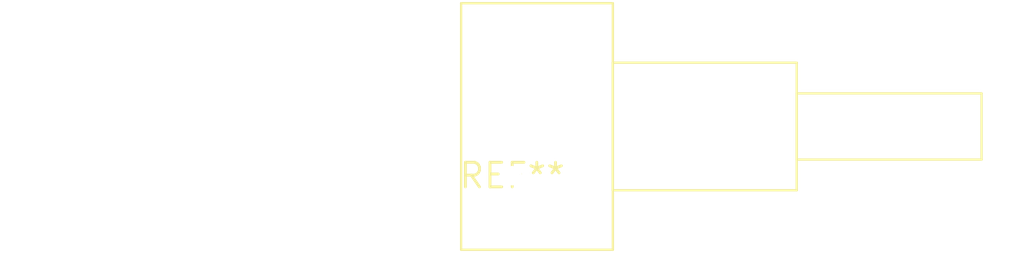
<source format=kicad_pcb>
(kicad_pcb (version 20240108) (generator pcbnew)
  (layers (0 "F.Cu" signal) (31 "B.Cu" signal) (34 "B.Paste" user) (35 "F.Paste" user) (36 "B.SilkS" user "B.Silkscreen") (37 "F.SilkS" user "F.Silkscreen") (38 "B.Mask" user) (39 "F.Mask" user) (44 "Edge.Cuts" user))
  (net 0 "")
  (footprint "Potentiometer_Vishay_248BH-249BH_Single_Horizontal" (layer "F.Cu") (at 0 0)
    (property "Reference" "REF**")
    (property "Value" "Potentiometer_Vishay_248BH-249BH_Single_Horizontal")
    (fp_line (start -2.64 -8.91) (end -2.64 3.83) (layer "F.SilkS") (stroke (width 0.12)))
    (fp_line (start -2.64 -8.91) (end 5.2 -8.91) (layer "F.SilkS") (stroke (width 0.12)))
    (fp_line (start -2.64 3.83) (end 5.2 3.83) (layer "F.SilkS") (stroke (width 0.12)))
    (fp_line (start 5.2 -8.91) (end 5.2 3.83) (layer "F.SilkS") (stroke (width 0.12)))
    (fp_line (start 5.2 -5.835) (end 5.2 0.755) (layer "F.SilkS") (stroke (width 0.12)))
    (fp_line (start 5.2 -5.835) (end 14.7 -5.835) (layer "F.SilkS") (stroke (width 0.12)))
    (fp_line (start 5.2 0.755) (end 14.7 0.755) (layer "F.SilkS") (stroke (width 0.12)))
    (fp_line (start 14.7 -5.835) (end 14.7 0.755) (layer "F.SilkS") (stroke (width 0.12)))
    (fp_line (start 14.7 -4.249) (end 14.7 -0.83) (layer "F.SilkS") (stroke (width 0.12)))
    (fp_line (start 14.7 -4.249) (end 24.25 -4.249) (layer "F.SilkS") (stroke (width 0.12)))
    (fp_line (start 14.7 -0.83) (end 24.25 -0.83) (layer "F.SilkS") (stroke (width 0.12)))
    (fp_line (start 24.25 -4.249) (end 24.25 -0.83) (layer "F.SilkS") (stroke (width 0.12)))
    (pad "1" thru_hole circle (at 0 0) (size 1.8 1.8) (drill 1) (layers *.Cu *.Mask) (remove_unused_layers))
    (pad "2" thru_hole circle (at 0 -2.54) (size 1.8 1.8) (drill 1) (layers *.Cu *.Mask) (remove_unused_layers))
    (pad "3" thru_hole circle (at 0 -5.08) (size 1.8 1.8) (drill 1) (layers *.Cu *.Mask) (remove_unused_layers))
  )
)
</source>
